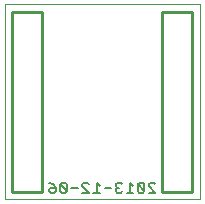
<source format=gbo>
G75*
%MOIN*%
%OFA0B0*%
%FSLAX24Y24*%
%IPPOS*%
%LPD*%
%AMOC8*
5,1,8,0,0,1.08239X$1,22.5*
%
%ADD10C,0.0000*%
%ADD11C,0.0100*%
%ADD12C,0.0070*%
D10*
X000100Y000139D02*
X000100Y006635D01*
X006600Y006635D01*
X006600Y000139D01*
X000100Y000139D01*
D11*
X000350Y000389D02*
X000350Y006389D01*
X001350Y006389D01*
X001350Y000389D01*
X000350Y000389D01*
X005350Y000389D02*
X006350Y000389D01*
X006350Y006389D01*
X005350Y006389D01*
X005350Y000389D01*
D12*
X005115Y000354D02*
X004895Y000574D01*
X004895Y000629D01*
X004950Y000684D01*
X005060Y000684D01*
X005115Y000629D01*
X005115Y000354D02*
X004895Y000354D01*
X004747Y000409D02*
X004692Y000354D01*
X004582Y000354D01*
X004527Y000409D01*
X004527Y000629D01*
X004747Y000409D01*
X004747Y000629D01*
X004692Y000684D01*
X004582Y000684D01*
X004527Y000629D01*
X004379Y000574D02*
X004269Y000684D01*
X004269Y000354D01*
X004379Y000354D02*
X004158Y000354D01*
X004010Y000409D02*
X003955Y000354D01*
X003845Y000354D01*
X003790Y000409D01*
X003790Y000464D01*
X003845Y000519D01*
X003900Y000519D01*
X003845Y000519D02*
X003790Y000574D01*
X003790Y000629D01*
X003845Y000684D01*
X003955Y000684D01*
X004010Y000629D01*
X003642Y000519D02*
X003422Y000519D01*
X003274Y000574D02*
X003164Y000684D01*
X003164Y000354D01*
X003274Y000354D02*
X003053Y000354D01*
X002905Y000354D02*
X002685Y000574D01*
X002685Y000629D01*
X002740Y000684D01*
X002850Y000684D01*
X002905Y000629D01*
X002905Y000354D02*
X002685Y000354D01*
X002537Y000519D02*
X002317Y000519D01*
X002169Y000409D02*
X002169Y000629D01*
X002114Y000684D01*
X002004Y000684D01*
X001949Y000629D01*
X002169Y000409D01*
X002114Y000354D01*
X002004Y000354D01*
X001949Y000409D01*
X001949Y000629D01*
X001800Y000519D02*
X001800Y000409D01*
X001745Y000354D01*
X001635Y000354D01*
X001580Y000409D01*
X001580Y000464D01*
X001635Y000519D01*
X001800Y000519D01*
X001690Y000629D01*
X001580Y000684D01*
M02*

</source>
